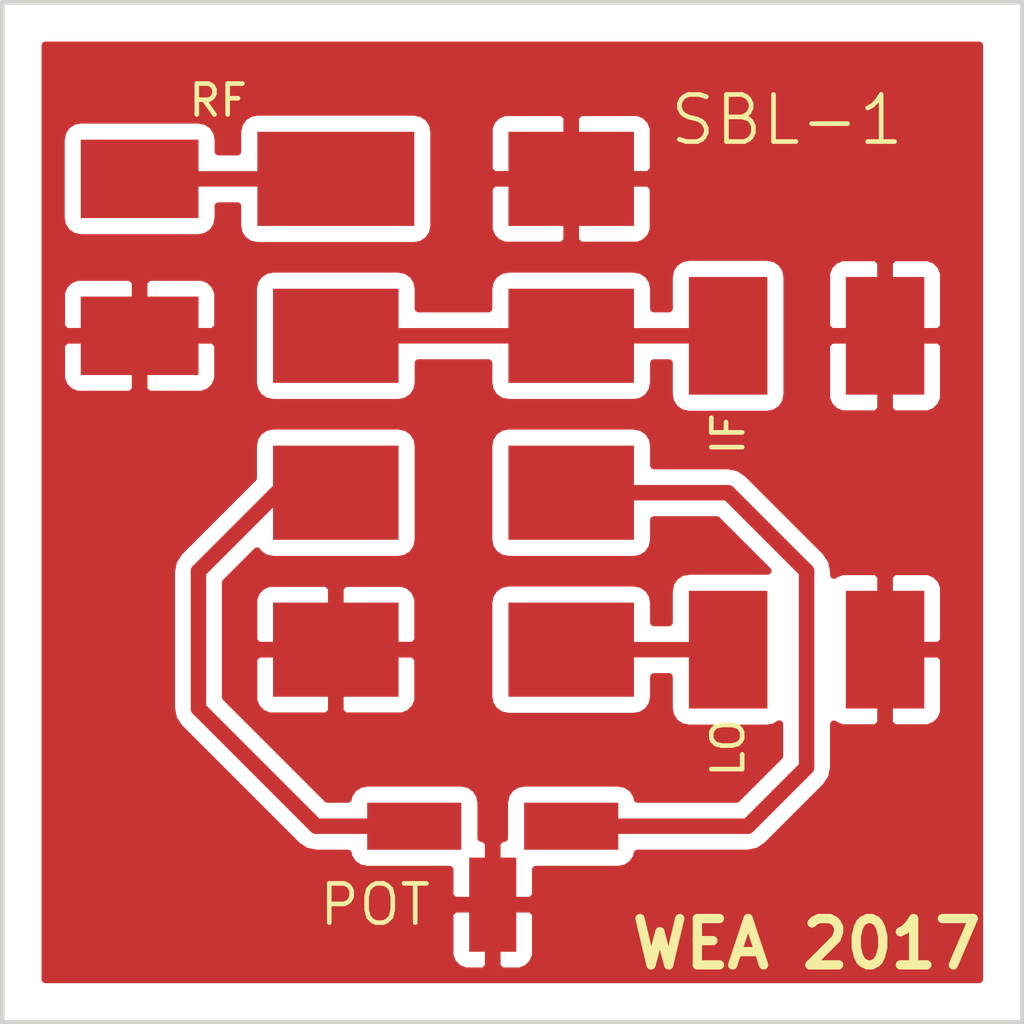
<source format=kicad_pcb>
(kicad_pcb (version 4) (host pcbnew 4.0.6-e0-6349~53~ubuntu16.04.1)

  (general
    (links 11)
    (no_connects 0)
    (area 112.954999 54.656666 146.125001 96.595001)
    (thickness 1.6)
    (drawings 5)
    (tracks 17)
    (zones 0)
    (modules 5)
    (nets 7)
  )

  (page A4)
  (layers
    (0 F.Cu signal)
    (31 B.Cu signal)
    (32 B.Adhes user)
    (33 F.Adhes user)
    (34 B.Paste user)
    (35 F.Paste user)
    (36 B.SilkS user)
    (37 F.SilkS user)
    (38 B.Mask user)
    (39 F.Mask user)
    (40 Dwgs.User user)
    (41 Cmts.User user)
    (42 Eco1.User user)
    (43 Eco2.User user)
    (44 Edge.Cuts user)
    (45 Margin user)
    (46 B.CrtYd user)
    (47 F.CrtYd user)
    (48 B.Fab user)
    (49 F.Fab user)
  )

  (setup
    (last_trace_width 0.5)
    (trace_clearance 0.2)
    (zone_clearance 0.508)
    (zone_45_only no)
    (trace_min 0.2)
    (segment_width 0.2)
    (edge_width 0.15)
    (via_size 0.6)
    (via_drill 0.4)
    (via_min_size 0.4)
    (via_min_drill 0.3)
    (uvia_size 0.3)
    (uvia_drill 0.1)
    (uvias_allowed no)
    (uvia_min_size 0.2)
    (uvia_min_drill 0.1)
    (pcb_text_width 0.3)
    (pcb_text_size 1.5 1.5)
    (mod_edge_width 0.15)
    (mod_text_size 1 1)
    (mod_text_width 0.15)
    (pad_size 3.81 2.54)
    (pad_drill 0)
    (pad_to_mask_clearance 0.2)
    (aux_axis_origin 116.84 66.04)
    (visible_elements 7FFFFFFF)
    (pcbplotparams
      (layerselection 0x00030_80000001)
      (usegerberextensions true)
      (excludeedgelayer true)
      (linewidth 0.100000)
      (plotframeref false)
      (viasonmask false)
      (mode 1)
      (useauxorigin false)
      (hpglpennumber 1)
      (hpglpenspeed 20)
      (hpglpendiameter 15)
      (hpglpenoverlay 2)
      (psnegative false)
      (psa4output false)
      (plotreference true)
      (plotvalue true)
      (plotinvisibletext false)
      (padsonsilk false)
      (subtractmaskfromsilk false)
      (outputformat 1)
      (mirror false)
      (drillshape 0)
      (scaleselection 1)
      (outputdirectory gerbers/))
  )

  (net 0 "")
  (net 1 "Net-(RV1-Pad1)")
  (net 2 GND)
  (net 3 "Net-(RV1-Pad3)")
  (net 4 "Net-(J1-Pad1)")
  (net 5 "Net-(J2-Pad1)")
  (net 6 "Net-(J3-Pad1)")

  (net_class Default "This is the default net class."
    (clearance 0.2)
    (trace_width 0.5)
    (via_dia 0.6)
    (via_drill 0.4)
    (uvia_dia 0.3)
    (uvia_drill 0.1)
    (add_net GND)
    (add_net "Net-(J1-Pad1)")
    (add_net "Net-(J2-Pad1)")
    (add_net "Net-(J3-Pad1)")
    (add_net "Net-(RV1-Pad1)")
    (add_net "Net-(RV1-Pad3)")
  )

  (module KICAD_Libraries:Trimmer_Resistor_multiturn (layer F.Cu) (tedit 59BB0ED9) (tstamp 58116859)
    (at 128.905 91.44)
    (path /58115E82)
    (fp_text reference POT (at -3.81 1.27) (layer F.SilkS)
      (effects (font (size 1.27 1.27) (thickness 0.15)))
    )
    (fp_text value 100 (at 8.89 -29.21) (layer F.Fab) hide
      (effects (font (size 1 1) (thickness 0.15)))
    )
    (pad 1 smd rect (at 2.54 -1.27) (size 3.048 1.524) (layers F.Cu F.Paste F.Mask)
      (net 1 "Net-(RV1-Pad1)"))
    (pad 2 smd rect (at 0 1.27) (size 1.524 3.048) (layers F.Cu F.Paste F.Mask)
      (net 2 GND))
    (pad 3 smd rect (at -2.54 -1.27) (size 3.048 1.524) (layers F.Cu F.Paste F.Mask)
      (net 3 "Net-(RV1-Pad3)"))
  )

  (module KICAD_Libraries:SBL-1MHT (layer F.Cu) (tedit 59BB0F09) (tstamp 58116865)
    (at 127.635 76.835)
    (path /581162F5)
    (fp_text reference SBL-1 (at 10.795 -9.525) (layer F.SilkS)
      (effects (font (thickness 0.15)))
    )
    (fp_text value SBL-1 (at 1.905 -15.24) (layer F.Fab) hide
      (effects (font (size 1 1) (thickness 0.15)))
    )
    (pad 1 smd rect (at -3.81 -7.62) (size 5.08 3.048) (layers F.Cu F.Paste F.Mask)
      (net 4 "Net-(J1-Pad1)"))
    (pad 2 smd rect (at 3.81 -7.62) (size 4.064 3.048) (layers F.Cu F.Paste F.Mask)
      (net 2 GND))
    (pad 3 smd rect (at -3.81 -2.54) (size 4.064 3.048) (layers F.Cu F.Paste F.Mask)
      (net 5 "Net-(J2-Pad1)"))
    (pad 4 smd rect (at 3.81 -2.54) (size 4.064 3.048) (layers F.Cu F.Paste F.Mask)
      (net 5 "Net-(J2-Pad1)"))
    (pad 5 smd rect (at -3.81 2.54) (size 4.064 3.048) (layers F.Cu F.Paste F.Mask)
      (net 3 "Net-(RV1-Pad3)"))
    (pad 6 smd rect (at 3.81 2.54) (size 4.064 3.048) (layers F.Cu F.Paste F.Mask)
      (net 1 "Net-(RV1-Pad1)"))
    (pad 7 smd rect (at -3.81 7.62) (size 4.064 3.048) (layers F.Cu F.Paste F.Mask)
      (net 2 GND))
    (pad 8 smd rect (at 3.81 7.62) (size 4.064 3.048) (layers F.Cu F.Paste F.Mask)
      (net 6 "Net-(J3-Pad1)"))
  )

  (module WEA-RF:Manhattan2Pad (layer F.Cu) (tedit 59BB0E53) (tstamp 59BB099C)
    (at 117.475 71.755)
    (path /59BB0A15)
    (fp_text reference RF (at 2.54 -5.08) (layer F.SilkS)
      (effects (font (size 1 1) (thickness 0.15)))
    )
    (fp_text value CONN_01X02 (at 3.81 -10.16) (layer F.Fab) hide
      (effects (font (size 1 1) (thickness 0.15)))
    )
    (pad 1 smd rect (at 0 -2.54) (size 3.81 2.54) (layers F.Cu F.Paste F.Mask)
      (net 4 "Net-(J1-Pad1)"))
    (pad 2 smd rect (at 0 2.54) (size 3.81 2.54) (layers F.Cu F.Paste F.Mask)
      (net 2 GND))
  )

  (module WEA-RF:Manhattan2Pad (layer F.Cu) (tedit 59BB0E5F) (tstamp 59BB09A2)
    (at 139.065 74.295 90)
    (path /59BB09E8)
    (fp_text reference IF (at -3.175 -2.54 90) (layer F.SilkS)
      (effects (font (size 1 1) (thickness 0.15)))
    )
    (fp_text value CONN_01X02 (at 14.605 -5.715 90) (layer F.Fab) hide
      (effects (font (size 1 1) (thickness 0.15)))
    )
    (pad 1 smd rect (at 0 -2.54 90) (size 3.81 2.54) (layers F.Cu F.Paste F.Mask)
      (net 5 "Net-(J2-Pad1)"))
    (pad 2 smd rect (at 0 2.54 90) (size 3.81 2.54) (layers F.Cu F.Paste F.Mask)
      (net 2 GND))
  )

  (module WEA-RF:Manhattan2Pad (layer F.Cu) (tedit 59BBF967) (tstamp 59BB09A8)
    (at 139.065 84.455 90)
    (path /59BB098F)
    (fp_text reference LO (at -3.175 -2.54 90) (layer F.SilkS)
      (effects (font (size 1 1) (thickness 0.15)))
    )
    (fp_text value CONN_01X02 (at 24.765 -3.81 90) (layer F.Fab) hide
      (effects (font (size 1 1) (thickness 0.15)))
    )
    (pad 1 smd rect (at 0 -2.54 90) (size 3.81 2.54) (layers F.Cu F.Paste F.Mask)
      (net 6 "Net-(J3-Pad1)"))
    (pad 2 smd rect (at 0 2.54 90) (size 3.81 2.54) (layers F.Cu F.Paste F.Mask)
      (net 2 GND))
  )

  (gr_text "WEA 2017" (at 139.065 93.98) (layer F.SilkS)
    (effects (font (size 1.5 1.5) (thickness 0.3)))
  )
  (gr_line (start 113.03 96.52) (end 113.03 63.5) (angle 90) (layer Edge.Cuts) (width 0.15))
  (gr_line (start 146.05 96.52) (end 113.03 96.52) (angle 90) (layer Edge.Cuts) (width 0.15))
  (gr_line (start 146.05 63.5) (end 146.05 96.52) (angle 90) (layer Edge.Cuts) (width 0.15))
  (gr_line (start 113.03 63.5) (end 146.05 63.5) (angle 90) (layer Edge.Cuts) (width 0.15))

  (segment (start 131.445 90.17) (end 137.16 90.17) (width 0.5) (layer F.Cu) (net 1))
  (segment (start 136.525 79.375) (end 131.445 79.375) (width 0.5) (layer F.Cu) (net 1) (tstamp 59BB0DF6))
  (segment (start 139.065 81.915) (end 136.525 79.375) (width 0.5) (layer F.Cu) (net 1) (tstamp 59BB0DF3))
  (segment (start 139.065 88.265) (end 139.065 81.915) (width 0.5) (layer F.Cu) (net 1) (tstamp 59BB0DEF))
  (segment (start 137.16 90.17) (end 139.065 88.265) (width 0.5) (layer F.Cu) (net 1) (tstamp 59BB0DEB))
  (segment (start 130.175 79.375) (end 131.445 79.375) (width 0.508) (layer F.Cu) (net 1) (tstamp 58116BF7))
  (segment (start 126.365 90.17) (end 123.19 90.17) (width 0.5) (layer F.Cu) (net 3))
  (segment (start 119.38 81.915) (end 121.92 79.375) (width 0.5) (layer F.Cu) (net 3) (tstamp 59BB0DE2))
  (segment (start 119.38 86.36) (end 119.38 81.915) (width 0.5) (layer F.Cu) (net 3) (tstamp 59BB0DDD))
  (segment (start 123.19 90.17) (end 119.38 86.36) (width 0.5) (layer F.Cu) (net 3) (tstamp 59BB0DD3))
  (segment (start 121.92 79.375) (end 123.825 79.375) (width 0.5) (layer F.Cu) (net 3) (tstamp 59BB0DE4))
  (segment (start 122.555 79.375) (end 123.825 79.375) (width 0.508) (layer F.Cu) (net 3) (tstamp 58116C2B))
  (segment (start 123.825 69.215) (end 117.475 69.215) (width 0.5) (layer F.Cu) (net 4))
  (segment (start 123.825 74.295) (end 131.445 74.295) (width 0.5) (layer F.Cu) (net 5))
  (segment (start 131.445 74.295) (end 136.525 74.295) (width 0.5) (layer F.Cu) (net 5) (tstamp 59BB0DBF))
  (segment (start 131.445 74.295) (end 131.8514 74.7014) (width 0.508) (layer F.Cu) (net 5) (tstamp 58116BD5))
  (segment (start 136.525 84.455) (end 131.445 84.455) (width 0.5) (layer F.Cu) (net 6))

  (zone (net 2) (net_name GND) (layer F.Cu) (tstamp 59BB0E27) (hatch edge 0.508)
    (connect_pads (clearance 0.508))
    (min_thickness 0.254)
    (fill yes (arc_segments 16) (thermal_gap 0.508) (thermal_bridge_width 0.508))
    (polygon
      (pts
        (xy 114.3 64.77) (xy 144.78 64.77) (xy 144.78 95.25) (xy 114.3 95.25)
      )
    )
    (filled_polygon
      (pts
        (xy 144.653 95.123) (xy 114.427 95.123) (xy 114.427 92.99575) (xy 127.508 92.99575) (xy 127.508 94.36031)
        (xy 127.604673 94.593699) (xy 127.783302 94.772327) (xy 128.016691 94.869) (xy 128.61925 94.869) (xy 128.778 94.71025)
        (xy 128.778 92.837) (xy 129.032 92.837) (xy 129.032 94.71025) (xy 129.19075 94.869) (xy 129.793309 94.869)
        (xy 130.026698 94.772327) (xy 130.205327 94.593699) (xy 130.302 94.36031) (xy 130.302 92.99575) (xy 130.14325 92.837)
        (xy 129.032 92.837) (xy 128.778 92.837) (xy 127.66675 92.837) (xy 127.508 92.99575) (xy 114.427 92.99575)
        (xy 114.427 81.915) (xy 118.494999 81.915) (xy 118.495 81.915005) (xy 118.495 86.359995) (xy 118.494999 86.36)
        (xy 118.526294 86.517327) (xy 118.562367 86.698675) (xy 118.734593 86.956431) (xy 118.75421 86.98579) (xy 122.564208 90.795787)
        (xy 122.56421 90.79579) (xy 122.851325 90.987633) (xy 122.907516 90.99881) (xy 123.19 91.055001) (xy 123.190005 91.055)
        (xy 124.216704 91.055) (xy 124.237838 91.167317) (xy 124.37691 91.383441) (xy 124.58911 91.528431) (xy 124.841 91.57944)
        (xy 127.508 91.57944) (xy 127.508 92.42425) (xy 127.66675 92.583) (xy 128.778 92.583) (xy 128.778 90.70975)
        (xy 128.61925 90.551) (xy 128.53644 90.551) (xy 128.53644 89.408) (xy 128.492162 89.172683) (xy 128.35309 88.956559)
        (xy 128.14089 88.811569) (xy 127.889 88.76056) (xy 124.841 88.76056) (xy 124.605683 88.804838) (xy 124.389559 88.94391)
        (xy 124.244569 89.15611) (xy 124.218468 89.285) (xy 123.556579 89.285) (xy 120.265 85.99342) (xy 120.265 84.74075)
        (xy 121.158 84.74075) (xy 121.158 86.10531) (xy 121.254673 86.338699) (xy 121.433302 86.517327) (xy 121.666691 86.614)
        (xy 123.53925 86.614) (xy 123.698 86.45525) (xy 123.698 84.582) (xy 123.952 84.582) (xy 123.952 86.45525)
        (xy 124.11075 86.614) (xy 125.983309 86.614) (xy 126.216698 86.517327) (xy 126.395327 86.338699) (xy 126.492 86.10531)
        (xy 126.492 84.74075) (xy 126.33325 84.582) (xy 123.952 84.582) (xy 123.698 84.582) (xy 121.31675 84.582)
        (xy 121.158 84.74075) (xy 120.265 84.74075) (xy 120.265 82.80469) (xy 121.158 82.80469) (xy 121.158 84.16925)
        (xy 121.31675 84.328) (xy 123.698 84.328) (xy 123.698 82.45475) (xy 123.952 82.45475) (xy 123.952 84.328)
        (xy 126.33325 84.328) (xy 126.492 84.16925) (xy 126.492 82.80469) (xy 126.395327 82.571301) (xy 126.216698 82.392673)
        (xy 125.983309 82.296) (xy 124.11075 82.296) (xy 123.952 82.45475) (xy 123.698 82.45475) (xy 123.53925 82.296)
        (xy 121.666691 82.296) (xy 121.433302 82.392673) (xy 121.254673 82.571301) (xy 121.158 82.80469) (xy 120.265 82.80469)
        (xy 120.265 82.28158) (xy 121.276925 81.269654) (xy 121.32891 81.350441) (xy 121.54111 81.495431) (xy 121.793 81.54644)
        (xy 125.857 81.54644) (xy 126.092317 81.502162) (xy 126.308441 81.36309) (xy 126.453431 81.15089) (xy 126.50444 80.899)
        (xy 126.50444 77.851) (xy 128.76556 77.851) (xy 128.76556 80.899) (xy 128.809838 81.134317) (xy 128.94891 81.350441)
        (xy 129.16111 81.495431) (xy 129.413 81.54644) (xy 133.477 81.54644) (xy 133.712317 81.502162) (xy 133.928441 81.36309)
        (xy 134.073431 81.15089) (xy 134.12444 80.899) (xy 134.12444 80.26) (xy 136.15842 80.26) (xy 137.802499 81.904079)
        (xy 137.795 81.90256) (xy 135.255 81.90256) (xy 135.019683 81.946838) (xy 134.803559 82.08591) (xy 134.658569 82.29811)
        (xy 134.60756 82.55) (xy 134.60756 83.57) (xy 134.12444 83.57) (xy 134.12444 82.931) (xy 134.080162 82.695683)
        (xy 133.94109 82.479559) (xy 133.72889 82.334569) (xy 133.477 82.28356) (xy 129.413 82.28356) (xy 129.177683 82.327838)
        (xy 128.961559 82.46691) (xy 128.816569 82.67911) (xy 128.76556 82.931) (xy 128.76556 85.979) (xy 128.809838 86.214317)
        (xy 128.94891 86.430441) (xy 129.16111 86.575431) (xy 129.413 86.62644) (xy 133.477 86.62644) (xy 133.712317 86.582162)
        (xy 133.928441 86.44309) (xy 134.073431 86.23089) (xy 134.12444 85.979) (xy 134.12444 85.34) (xy 134.60756 85.34)
        (xy 134.60756 86.36) (xy 134.651838 86.595317) (xy 134.79091 86.811441) (xy 135.00311 86.956431) (xy 135.255 87.00744)
        (xy 137.795 87.00744) (xy 138.030317 86.963162) (xy 138.18 86.866844) (xy 138.18 87.898421) (xy 136.79342 89.285)
        (xy 133.593296 89.285) (xy 133.572162 89.172683) (xy 133.43309 88.956559) (xy 133.22089 88.811569) (xy 132.969 88.76056)
        (xy 129.921 88.76056) (xy 129.685683 88.804838) (xy 129.469559 88.94391) (xy 129.324569 89.15611) (xy 129.27356 89.408)
        (xy 129.27356 90.551) (xy 129.19075 90.551) (xy 129.032 90.70975) (xy 129.032 92.583) (xy 130.14325 92.583)
        (xy 130.302 92.42425) (xy 130.302 91.57944) (xy 132.969 91.57944) (xy 133.204317 91.535162) (xy 133.420441 91.39609)
        (xy 133.565431 91.18389) (xy 133.591532 91.055) (xy 137.159995 91.055) (xy 137.16 91.055001) (xy 137.442484 90.99881)
        (xy 137.498675 90.987633) (xy 137.78579 90.79579) (xy 139.690787 88.890792) (xy 139.69079 88.89079) (xy 139.882633 88.603675)
        (xy 139.89381 88.547484) (xy 139.950001 88.265) (xy 139.95 88.264995) (xy 139.95 86.873026) (xy 139.975301 86.898327)
        (xy 140.20869 86.995) (xy 141.31925 86.995) (xy 141.478 86.83625) (xy 141.478 84.582) (xy 141.732 84.582)
        (xy 141.732 86.83625) (xy 141.89075 86.995) (xy 143.00131 86.995) (xy 143.234699 86.898327) (xy 143.413327 86.719698)
        (xy 143.51 86.486309) (xy 143.51 84.74075) (xy 143.35125 84.582) (xy 141.732 84.582) (xy 141.478 84.582)
        (xy 141.458 84.582) (xy 141.458 84.328) (xy 141.478 84.328) (xy 141.478 82.07375) (xy 141.732 82.07375)
        (xy 141.732 84.328) (xy 143.35125 84.328) (xy 143.51 84.16925) (xy 143.51 82.423691) (xy 143.413327 82.190302)
        (xy 143.234699 82.011673) (xy 143.00131 81.915) (xy 141.89075 81.915) (xy 141.732 82.07375) (xy 141.478 82.07375)
        (xy 141.31925 81.915) (xy 140.20869 81.915) (xy 139.975301 82.011673) (xy 139.95 82.036974) (xy 139.95 81.915)
        (xy 139.882633 81.576325) (xy 139.69079 81.28921) (xy 139.690787 81.289208) (xy 137.15079 78.74921) (xy 137.146558 78.746382)
        (xy 136.863675 78.557367) (xy 136.807484 78.54619) (xy 136.525 78.489999) (xy 136.524995 78.49) (xy 134.12444 78.49)
        (xy 134.12444 77.851) (xy 134.080162 77.615683) (xy 133.94109 77.399559) (xy 133.72889 77.254569) (xy 133.477 77.20356)
        (xy 129.413 77.20356) (xy 129.177683 77.247838) (xy 128.961559 77.38691) (xy 128.816569 77.59911) (xy 128.76556 77.851)
        (xy 126.50444 77.851) (xy 126.460162 77.615683) (xy 126.32109 77.399559) (xy 126.10889 77.254569) (xy 125.857 77.20356)
        (xy 121.793 77.20356) (xy 121.557683 77.247838) (xy 121.341559 77.38691) (xy 121.196569 77.59911) (xy 121.14556 77.851)
        (xy 121.14556 78.897861) (xy 118.75421 81.28921) (xy 118.562367 81.576325) (xy 118.562367 81.576326) (xy 118.494999 81.915)
        (xy 114.427 81.915) (xy 114.427 74.58075) (xy 114.935 74.58075) (xy 114.935 75.69131) (xy 115.031673 75.924699)
        (xy 115.210302 76.103327) (xy 115.443691 76.2) (xy 117.18925 76.2) (xy 117.348 76.04125) (xy 117.348 74.422)
        (xy 117.602 74.422) (xy 117.602 76.04125) (xy 117.76075 76.2) (xy 119.506309 76.2) (xy 119.739698 76.103327)
        (xy 119.918327 75.924699) (xy 120.015 75.69131) (xy 120.015 74.58075) (xy 119.85625 74.422) (xy 117.602 74.422)
        (xy 117.348 74.422) (xy 115.09375 74.422) (xy 114.935 74.58075) (xy 114.427 74.58075) (xy 114.427 72.89869)
        (xy 114.935 72.89869) (xy 114.935 74.00925) (xy 115.09375 74.168) (xy 117.348 74.168) (xy 117.348 72.54875)
        (xy 117.602 72.54875) (xy 117.602 74.168) (xy 119.85625 74.168) (xy 120.015 74.00925) (xy 120.015 72.89869)
        (xy 119.96211 72.771) (xy 121.14556 72.771) (xy 121.14556 75.819) (xy 121.189838 76.054317) (xy 121.32891 76.270441)
        (xy 121.54111 76.415431) (xy 121.793 76.46644) (xy 125.857 76.46644) (xy 126.092317 76.422162) (xy 126.308441 76.28309)
        (xy 126.453431 76.07089) (xy 126.50444 75.819) (xy 126.50444 75.18) (xy 128.76556 75.18) (xy 128.76556 75.819)
        (xy 128.809838 76.054317) (xy 128.94891 76.270441) (xy 129.16111 76.415431) (xy 129.413 76.46644) (xy 133.477 76.46644)
        (xy 133.712317 76.422162) (xy 133.928441 76.28309) (xy 134.073431 76.07089) (xy 134.12444 75.819) (xy 134.12444 75.18)
        (xy 134.60756 75.18) (xy 134.60756 76.2) (xy 134.651838 76.435317) (xy 134.79091 76.651441) (xy 135.00311 76.796431)
        (xy 135.255 76.84744) (xy 137.795 76.84744) (xy 138.030317 76.803162) (xy 138.246441 76.66409) (xy 138.391431 76.45189)
        (xy 138.44244 76.2) (xy 138.44244 74.58075) (xy 139.7 74.58075) (xy 139.7 76.326309) (xy 139.796673 76.559698)
        (xy 139.975301 76.738327) (xy 140.20869 76.835) (xy 141.31925 76.835) (xy 141.478 76.67625) (xy 141.478 74.422)
        (xy 141.732 74.422) (xy 141.732 76.67625) (xy 141.89075 76.835) (xy 143.00131 76.835) (xy 143.234699 76.738327)
        (xy 143.413327 76.559698) (xy 143.51 76.326309) (xy 143.51 74.58075) (xy 143.35125 74.422) (xy 141.732 74.422)
        (xy 141.478 74.422) (xy 139.85875 74.422) (xy 139.7 74.58075) (xy 138.44244 74.58075) (xy 138.44244 72.39)
        (xy 138.418674 72.263691) (xy 139.7 72.263691) (xy 139.7 74.00925) (xy 139.85875 74.168) (xy 141.478 74.168)
        (xy 141.478 71.91375) (xy 141.732 71.91375) (xy 141.732 74.168) (xy 143.35125 74.168) (xy 143.51 74.00925)
        (xy 143.51 72.263691) (xy 143.413327 72.030302) (xy 143.234699 71.851673) (xy 143.00131 71.755) (xy 141.89075 71.755)
        (xy 141.732 71.91375) (xy 141.478 71.91375) (xy 141.31925 71.755) (xy 140.20869 71.755) (xy 139.975301 71.851673)
        (xy 139.796673 72.030302) (xy 139.7 72.263691) (xy 138.418674 72.263691) (xy 138.398162 72.154683) (xy 138.25909 71.938559)
        (xy 138.04689 71.793569) (xy 137.795 71.74256) (xy 135.255 71.74256) (xy 135.019683 71.786838) (xy 134.803559 71.92591)
        (xy 134.658569 72.13811) (xy 134.60756 72.39) (xy 134.60756 73.41) (xy 134.12444 73.41) (xy 134.12444 72.771)
        (xy 134.080162 72.535683) (xy 133.94109 72.319559) (xy 133.72889 72.174569) (xy 133.477 72.12356) (xy 129.413 72.12356)
        (xy 129.177683 72.167838) (xy 128.961559 72.30691) (xy 128.816569 72.51911) (xy 128.76556 72.771) (xy 128.76556 73.41)
        (xy 126.50444 73.41) (xy 126.50444 72.771) (xy 126.460162 72.535683) (xy 126.32109 72.319559) (xy 126.10889 72.174569)
        (xy 125.857 72.12356) (xy 121.793 72.12356) (xy 121.557683 72.167838) (xy 121.341559 72.30691) (xy 121.196569 72.51911)
        (xy 121.14556 72.771) (xy 119.96211 72.771) (xy 119.918327 72.665301) (xy 119.739698 72.486673) (xy 119.506309 72.39)
        (xy 117.76075 72.39) (xy 117.602 72.54875) (xy 117.348 72.54875) (xy 117.18925 72.39) (xy 115.443691 72.39)
        (xy 115.210302 72.486673) (xy 115.031673 72.665301) (xy 114.935 72.89869) (xy 114.427 72.89869) (xy 114.427 67.945)
        (xy 114.92256 67.945) (xy 114.92256 70.485) (xy 114.966838 70.720317) (xy 115.10591 70.936441) (xy 115.31811 71.081431)
        (xy 115.57 71.13244) (xy 119.38 71.13244) (xy 119.615317 71.088162) (xy 119.831441 70.94909) (xy 119.976431 70.73689)
        (xy 120.02744 70.485) (xy 120.02744 70.1) (xy 120.63756 70.1) (xy 120.63756 70.739) (xy 120.681838 70.974317)
        (xy 120.82091 71.190441) (xy 121.03311 71.335431) (xy 121.285 71.38644) (xy 126.365 71.38644) (xy 126.600317 71.342162)
        (xy 126.816441 71.20309) (xy 126.961431 70.99089) (xy 127.01244 70.739) (xy 127.01244 69.50075) (xy 128.778 69.50075)
        (xy 128.778 70.86531) (xy 128.874673 71.098699) (xy 129.053302 71.277327) (xy 129.286691 71.374) (xy 131.15925 71.374)
        (xy 131.318 71.21525) (xy 131.318 69.342) (xy 131.572 69.342) (xy 131.572 71.21525) (xy 131.73075 71.374)
        (xy 133.603309 71.374) (xy 133.836698 71.277327) (xy 134.015327 71.098699) (xy 134.112 70.86531) (xy 134.112 69.50075)
        (xy 133.95325 69.342) (xy 131.572 69.342) (xy 131.318 69.342) (xy 128.93675 69.342) (xy 128.778 69.50075)
        (xy 127.01244 69.50075) (xy 127.01244 67.691) (xy 126.988674 67.56469) (xy 128.778 67.56469) (xy 128.778 68.92925)
        (xy 128.93675 69.088) (xy 131.318 69.088) (xy 131.318 67.21475) (xy 131.572 67.21475) (xy 131.572 69.088)
        (xy 133.95325 69.088) (xy 134.112 68.92925) (xy 134.112 67.56469) (xy 134.015327 67.331301) (xy 133.836698 67.152673)
        (xy 133.603309 67.056) (xy 131.73075 67.056) (xy 131.572 67.21475) (xy 131.318 67.21475) (xy 131.15925 67.056)
        (xy 129.286691 67.056) (xy 129.053302 67.152673) (xy 128.874673 67.331301) (xy 128.778 67.56469) (xy 126.988674 67.56469)
        (xy 126.968162 67.455683) (xy 126.82909 67.239559) (xy 126.61689 67.094569) (xy 126.365 67.04356) (xy 121.285 67.04356)
        (xy 121.049683 67.087838) (xy 120.833559 67.22691) (xy 120.688569 67.43911) (xy 120.63756 67.691) (xy 120.63756 68.33)
        (xy 120.02744 68.33) (xy 120.02744 67.945) (xy 119.983162 67.709683) (xy 119.84409 67.493559) (xy 119.63189 67.348569)
        (xy 119.38 67.29756) (xy 115.57 67.29756) (xy 115.334683 67.341838) (xy 115.118559 67.48091) (xy 114.973569 67.69311)
        (xy 114.92256 67.945) (xy 114.427 67.945) (xy 114.427 64.897) (xy 144.653 64.897)
      )
    )
  )
)

</source>
